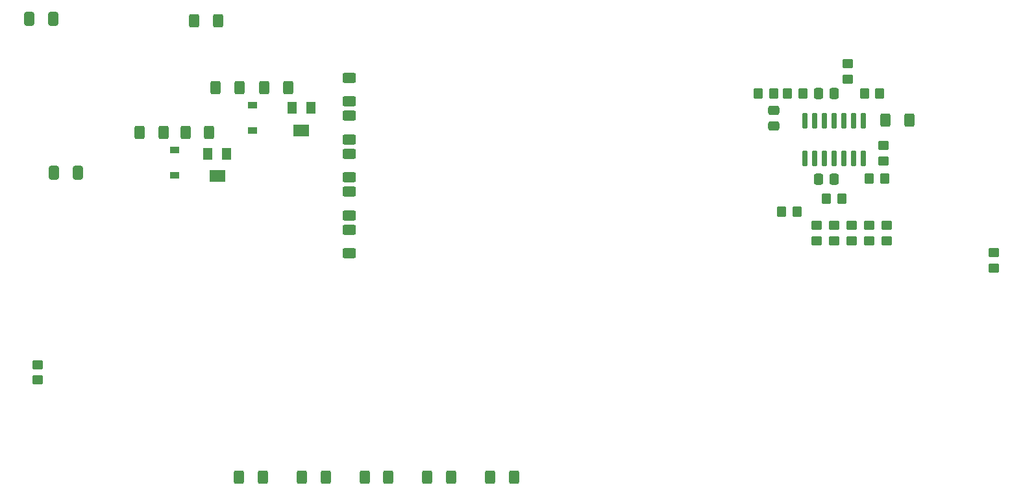
<source format=gtp>
%TF.GenerationSoftware,KiCad,Pcbnew,8.0.2*%
%TF.CreationDate,2024-05-21T21:06:14-07:00*%
%TF.ProjectId,voltage ref calibration tool,766f6c74-6167-4652-9072-65662063616c,rev?*%
%TF.SameCoordinates,Original*%
%TF.FileFunction,Paste,Top*%
%TF.FilePolarity,Positive*%
%FSLAX46Y46*%
G04 Gerber Fmt 4.6, Leading zero omitted, Abs format (unit mm)*
G04 Created by KiCad (PCBNEW 8.0.2) date 2024-05-21 21:06:14*
%MOMM*%
%LPD*%
G01*
G04 APERTURE LIST*
G04 Aperture macros list*
%AMRoundRect*
0 Rectangle with rounded corners*
0 $1 Rounding radius*
0 $2 $3 $4 $5 $6 $7 $8 $9 X,Y pos of 4 corners*
0 Add a 4 corners polygon primitive as box body*
4,1,4,$2,$3,$4,$5,$6,$7,$8,$9,$2,$3,0*
0 Add four circle primitives for the rounded corners*
1,1,$1+$1,$2,$3*
1,1,$1+$1,$4,$5*
1,1,$1+$1,$6,$7*
1,1,$1+$1,$8,$9*
0 Add four rect primitives between the rounded corners*
20,1,$1+$1,$2,$3,$4,$5,0*
20,1,$1+$1,$4,$5,$6,$7,0*
20,1,$1+$1,$6,$7,$8,$9,0*
20,1,$1+$1,$8,$9,$2,$3,0*%
G04 Aperture macros list end*
%ADD10RoundRect,0.250000X0.400000X0.625000X-0.400000X0.625000X-0.400000X-0.625000X0.400000X-0.625000X0*%
%ADD11RoundRect,0.250000X-0.625000X0.400000X-0.625000X-0.400000X0.625000X-0.400000X0.625000X0.400000X0*%
%ADD12RoundRect,0.250000X0.450000X-0.350000X0.450000X0.350000X-0.450000X0.350000X-0.450000X-0.350000X0*%
%ADD13RoundRect,0.250000X0.412500X0.650000X-0.412500X0.650000X-0.412500X-0.650000X0.412500X-0.650000X0*%
%ADD14RoundRect,0.250000X-0.350000X-0.450000X0.350000X-0.450000X0.350000X0.450000X-0.350000X0.450000X0*%
%ADD15RoundRect,0.250000X0.337500X0.475000X-0.337500X0.475000X-0.337500X-0.475000X0.337500X-0.475000X0*%
%ADD16R,1.200000X0.900000*%
%ADD17RoundRect,0.250000X-0.400000X-0.625000X0.400000X-0.625000X0.400000X0.625000X-0.400000X0.625000X0*%
%ADD18RoundRect,0.090000X-0.210000X0.895000X-0.210000X-0.895000X0.210000X-0.895000X0.210000X0.895000X0*%
%ADD19R,1.300000X1.600000*%
%ADD20R,2.000000X1.600000*%
%ADD21RoundRect,0.250000X-0.450000X0.350000X-0.450000X-0.350000X0.450000X-0.350000X0.450000X0.350000X0*%
%ADD22RoundRect,0.250000X0.350000X0.450000X-0.350000X0.450000X-0.350000X-0.450000X0.350000X-0.450000X0*%
%ADD23RoundRect,0.250000X-0.475000X0.337500X-0.475000X-0.337500X0.475000X-0.337500X0.475000X0.337500X0*%
G04 APERTURE END LIST*
D10*
%TO.C,R13*%
X97448000Y-102743000D03*
X94348000Y-102743000D03*
%TD*%
%TO.C,R11*%
X113818000Y-102743000D03*
X110718000Y-102743000D03*
%TD*%
D11*
%TO.C,R10*%
X92329000Y-70433000D03*
X92329000Y-73533000D03*
%TD*%
D10*
%TO.C,R12*%
X105633000Y-102743000D03*
X102533000Y-102743000D03*
%TD*%
D12*
%TO.C,R20*%
X157861000Y-71850000D03*
X157861000Y-69850000D03*
%TD*%
%TO.C,R31*%
X176403000Y-75406000D03*
X176403000Y-73406000D03*
%TD*%
D13*
%TO.C,C4*%
X56934500Y-62992000D03*
X53809500Y-62992000D03*
%TD*%
D14*
%TO.C,R24*%
X148733000Y-68072000D03*
X150733000Y-68072000D03*
%TD*%
D15*
%TO.C,C5*%
X155596500Y-52705000D03*
X153521500Y-52705000D03*
%TD*%
D16*
%TO.C,D2*%
X69596000Y-60072000D03*
X69596000Y-63372000D03*
%TD*%
D17*
%TO.C,R1*%
X74904000Y-51943000D03*
X78004000Y-51943000D03*
%TD*%
%TO.C,R2*%
X64998000Y-57785000D03*
X68098000Y-57785000D03*
%TD*%
D13*
%TO.C,C3*%
X53759500Y-42926000D03*
X50634500Y-42926000D03*
%TD*%
D14*
%TO.C,R25*%
X160163000Y-63754000D03*
X162163000Y-63754000D03*
%TD*%
%TO.C,R23*%
X149495000Y-52705000D03*
X151495000Y-52705000D03*
%TD*%
D18*
%TO.C,U1*%
X159385000Y-56202500D03*
X158115000Y-56202500D03*
X156845000Y-56202500D03*
X155575000Y-56202500D03*
X154305000Y-56202500D03*
X153035000Y-56202500D03*
X151765000Y-56202500D03*
X151765000Y-61152500D03*
X153035000Y-61152500D03*
X154305000Y-61152500D03*
X155575000Y-61152500D03*
X156845000Y-61152500D03*
X158115000Y-61152500D03*
X159385000Y-61152500D03*
%TD*%
D19*
%TO.C,RV2*%
X76381000Y-60528000D03*
D20*
X75131000Y-63428000D03*
D19*
X73881000Y-60528000D03*
%TD*%
D12*
%TO.C,R19*%
X160147000Y-71850000D03*
X160147000Y-69850000D03*
%TD*%
D11*
%TO.C,R9*%
X92329000Y-65480000D03*
X92329000Y-68580000D03*
%TD*%
D12*
%TO.C,R21*%
X155575000Y-71850000D03*
X155575000Y-69850000D03*
%TD*%
%TO.C,R30*%
X157353000Y-50784000D03*
X157353000Y-48784000D03*
%TD*%
D17*
%TO.C,R27*%
X72110000Y-43180000D03*
X75210000Y-43180000D03*
%TD*%
D19*
%TO.C,RV1*%
X87356000Y-54557000D03*
D20*
X86106000Y-57457000D03*
D19*
X84856000Y-54557000D03*
%TD*%
D10*
%TO.C,R14*%
X89263000Y-102743000D03*
X86163000Y-102743000D03*
%TD*%
D12*
%TO.C,R18*%
X162433000Y-71850000D03*
X162433000Y-69850000D03*
%TD*%
D21*
%TO.C,R3*%
X51689000Y-88043000D03*
X51689000Y-90043000D03*
%TD*%
D16*
%TO.C,D1*%
X79756000Y-54230000D03*
X79756000Y-57530000D03*
%TD*%
D14*
%TO.C,R17*%
X145685000Y-52705000D03*
X147685000Y-52705000D03*
%TD*%
D17*
%TO.C,R29*%
X162280000Y-56134000D03*
X165380000Y-56134000D03*
%TD*%
D12*
%TO.C,R22*%
X153289000Y-71850000D03*
X153289000Y-69850000D03*
%TD*%
D22*
%TO.C,R16*%
X156575000Y-66421000D03*
X154575000Y-66421000D03*
%TD*%
D21*
%TO.C,R26*%
X162052000Y-59452000D03*
X162052000Y-61452000D03*
%TD*%
D10*
%TO.C,R15*%
X81078000Y-102743000D03*
X77978000Y-102743000D03*
%TD*%
D11*
%TO.C,R8*%
X92329000Y-60527000D03*
X92329000Y-63627000D03*
%TD*%
%TO.C,R6*%
X92329000Y-50621000D03*
X92329000Y-53721000D03*
%TD*%
D17*
%TO.C,R5*%
X70967000Y-57787000D03*
X74067000Y-57787000D03*
%TD*%
D15*
%TO.C,C6*%
X155596500Y-63881000D03*
X153521500Y-63881000D03*
%TD*%
D17*
%TO.C,R4*%
X81254000Y-51943000D03*
X84354000Y-51943000D03*
%TD*%
D14*
%TO.C,R28*%
X159528000Y-52705000D03*
X161528000Y-52705000D03*
%TD*%
D23*
%TO.C,C2*%
X147701000Y-54842500D03*
X147701000Y-56917500D03*
%TD*%
D11*
%TO.C,R7*%
X92329000Y-55574000D03*
X92329000Y-58674000D03*
%TD*%
M02*

</source>
